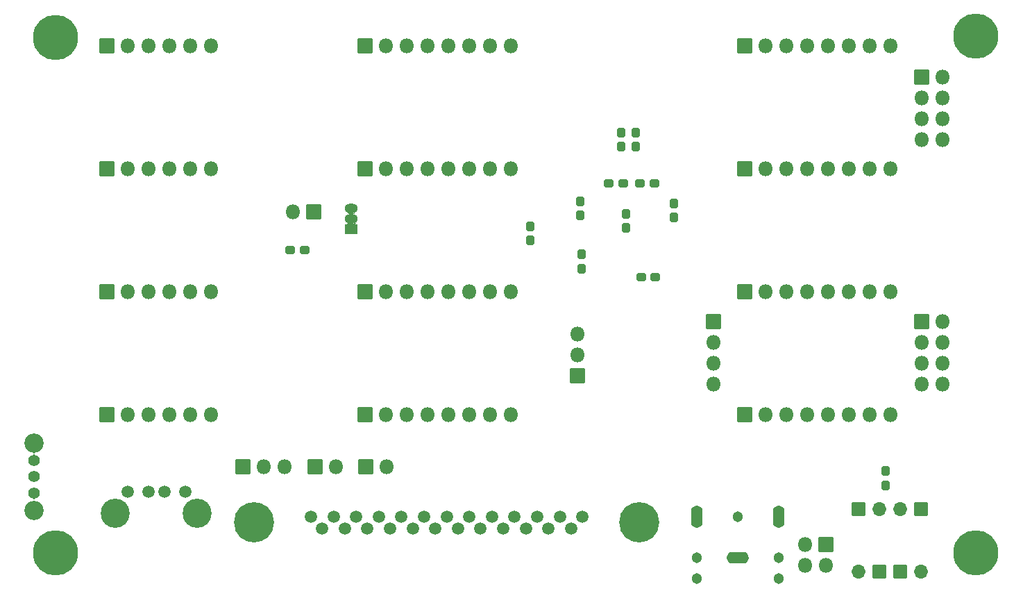
<source format=gbs>
G04 #@! TF.GenerationSoftware,KiCad,Pcbnew,(6.0.4)*
G04 #@! TF.CreationDate,2022-04-17T17:26:00-05:00*
G04 #@! TF.ProjectId,interface,696e7465-7266-4616-9365-2e6b69636164,rev?*
G04 #@! TF.SameCoordinates,Original*
G04 #@! TF.FileFunction,Soldermask,Bot*
G04 #@! TF.FilePolarity,Negative*
%FSLAX46Y46*%
G04 Gerber Fmt 4.6, Leading zero omitted, Abs format (unit mm)*
G04 Created by KiCad (PCBNEW (6.0.4)) date 2022-04-17 17:26:00*
%MOMM*%
%LPD*%
G01*
G04 APERTURE LIST*
G04 Aperture macros list*
%AMRoundRect*
0 Rectangle with rounded corners*
0 $1 Rounding radius*
0 $2 $3 $4 $5 $6 $7 $8 $9 X,Y pos of 4 corners*
0 Add a 4 corners polygon primitive as box body*
4,1,4,$2,$3,$4,$5,$6,$7,$8,$9,$2,$3,0*
0 Add four circle primitives for the rounded corners*
1,1,$1+$1,$2,$3*
1,1,$1+$1,$4,$5*
1,1,$1+$1,$6,$7*
1,1,$1+$1,$8,$9*
0 Add four rect primitives between the rounded corners*
20,1,$1+$1,$2,$3,$4,$5,0*
20,1,$1+$1,$4,$5,$6,$7,0*
20,1,$1+$1,$6,$7,$8,$9,0*
20,1,$1+$1,$8,$9,$2,$3,0*%
G04 Aperture macros list end*
%ADD10C,1.402000*%
%ADD11C,2.352000*%
%ADD12C,5.502000*%
%ADD13O,1.802000X1.802000*%
%ADD14RoundRect,0.051000X-0.850000X-0.850000X0.850000X-0.850000X0.850000X0.850000X-0.850000X0.850000X0*%
%ADD15RoundRect,0.051000X0.750000X-0.525000X0.750000X0.525000X-0.750000X0.525000X-0.750000X-0.525000X0*%
%ADD16O,1.602000X1.152000*%
%ADD17RoundRect,0.051000X-0.850000X0.850000X-0.850000X-0.850000X0.850000X-0.850000X0.850000X0.850000X0*%
%ADD18O,1.702000X1.702000*%
%ADD19RoundRect,0.051000X-0.800000X0.800000X-0.800000X-0.800000X0.800000X-0.800000X0.800000X0.800000X0*%
%ADD20RoundRect,0.051000X0.800000X-0.800000X0.800000X0.800000X-0.800000X0.800000X-0.800000X-0.800000X0*%
%ADD21RoundRect,0.288500X0.287500X0.237500X-0.287500X0.237500X-0.287500X-0.237500X0.287500X-0.237500X0*%
%ADD22RoundRect,0.288500X-0.237500X0.287500X-0.237500X-0.287500X0.237500X-0.287500X0.237500X0.287500X0*%
%ADD23C,1.302000*%
%ADD24O,1.410000X2.718000*%
%ADD25O,2.718000X1.410000*%
%ADD26C,3.552000*%
%ADD27C,1.502000*%
%ADD28RoundRect,0.051000X0.850000X-0.850000X0.850000X0.850000X-0.850000X0.850000X-0.850000X-0.850000X0*%
%ADD29RoundRect,0.288500X0.237500X-0.287500X0.237500X0.287500X-0.237500X0.287500X-0.237500X-0.287500X0*%
%ADD30C,4.902000*%
%ADD31RoundRect,0.051000X0.850000X0.850000X-0.850000X0.850000X-0.850000X-0.850000X0.850000X-0.850000X0*%
%ADD32RoundRect,0.288500X-0.287500X-0.237500X0.287500X-0.237500X0.287500X0.237500X-0.287500X0.237500X0*%
G04 APERTURE END LIST*
D10*
X108331000Y-122047000D03*
X108331000Y-124047000D03*
X108331000Y-126047000D03*
D11*
X108331000Y-119947000D03*
X108331000Y-128147000D03*
D12*
X223266000Y-70358000D03*
X110998000Y-70485000D03*
X110998000Y-133350000D03*
X223266000Y-133350000D03*
D13*
X219202000Y-112776000D03*
X216662000Y-112776000D03*
X219202000Y-110236000D03*
X216662000Y-110236000D03*
X219202000Y-107696000D03*
X216662000Y-107696000D03*
X219202000Y-105156000D03*
D14*
X216662000Y-105156000D03*
D13*
X219202000Y-82931000D03*
X216662000Y-82931000D03*
X219202000Y-80391000D03*
X216662000Y-80391000D03*
X219202000Y-77851000D03*
X216662000Y-77851000D03*
X219202000Y-75311000D03*
D14*
X216662000Y-75311000D03*
X191262000Y-105156000D03*
D13*
X191262000Y-107696000D03*
X191262000Y-110236000D03*
X191262000Y-112776000D03*
D15*
X147066000Y-93853000D03*
D16*
X147066000Y-91313000D03*
X147066000Y-92583000D03*
D13*
X202438000Y-134874000D03*
X202438000Y-132334000D03*
X204978000Y-134874000D03*
D17*
X204978000Y-132334000D03*
D13*
X139954000Y-91757500D03*
D17*
X142494000Y-91757500D03*
D18*
X216535000Y-135636000D03*
D19*
X216535000Y-128016000D03*
D18*
X213995000Y-128016000D03*
D20*
X213995000Y-135636000D03*
D18*
X208915000Y-135636000D03*
D19*
X208915000Y-128016000D03*
D18*
X211455000Y-128016000D03*
D20*
X211455000Y-135636000D03*
D21*
X139587000Y-96393000D03*
X141337000Y-96393000D03*
D22*
X212217000Y-125081000D03*
X212217000Y-123331000D03*
D23*
X199157600Y-133934200D03*
X199157600Y-136434200D03*
X194157600Y-128934200D03*
X189157600Y-133934200D03*
X189157600Y-136434200D03*
D24*
X189157600Y-128934200D03*
X199157600Y-128934200D03*
D25*
X194157600Y-133934200D03*
D26*
X128261000Y-128527000D03*
X118261000Y-128527000D03*
D27*
X126761000Y-125857000D03*
X124261000Y-125857000D03*
X122261000Y-125857000D03*
X119761000Y-125857000D03*
D13*
X145161000Y-122809000D03*
D28*
X142621000Y-122809000D03*
D13*
X138938000Y-122809000D03*
X136398000Y-122809000D03*
D28*
X133858000Y-122809000D03*
D13*
X151384000Y-122809000D03*
D28*
X148844000Y-122809000D03*
D29*
X181737000Y-82056000D03*
X181737000Y-83806000D03*
X179959000Y-82056000D03*
X179959000Y-83806000D03*
X168910000Y-93486000D03*
X168910000Y-95236000D03*
D30*
X182193000Y-129615000D03*
X135153000Y-129615000D03*
D27*
X175233000Y-128905000D03*
X173853000Y-130325000D03*
X172473000Y-128905000D03*
X171093000Y-130325000D03*
X169713000Y-128905000D03*
X168333000Y-130325000D03*
X166953000Y-128905000D03*
X165573000Y-130325000D03*
X164193000Y-128905000D03*
X162813000Y-130325000D03*
X161433000Y-128905000D03*
X160053000Y-130325000D03*
X158673000Y-128905000D03*
X157293000Y-130325000D03*
X155913000Y-128905000D03*
X154533000Y-130325000D03*
X153153000Y-128905000D03*
X151773000Y-130325000D03*
X150393000Y-128905000D03*
X149013000Y-130325000D03*
X147633000Y-128905000D03*
X146253000Y-130325000D03*
X144873000Y-128905000D03*
X143493000Y-130325000D03*
X142113000Y-128905000D03*
D31*
X174625000Y-111760000D03*
D13*
X174625000Y-109220000D03*
X174625000Y-106680000D03*
D21*
X178449000Y-88265000D03*
X180199000Y-88265000D03*
D29*
X186436000Y-90692000D03*
X186436000Y-92442000D03*
D32*
X184136000Y-99695000D03*
X182386000Y-99695000D03*
D29*
X175133000Y-96915000D03*
X175133000Y-98665000D03*
D22*
X175006000Y-92188000D03*
X175006000Y-90438000D03*
D32*
X184009000Y-88265000D03*
X182259000Y-88265000D03*
D29*
X180594000Y-91962000D03*
X180594000Y-93712000D03*
D28*
X195072000Y-71501000D03*
D13*
X197612000Y-71501000D03*
X200152000Y-71501000D03*
X202692000Y-71501000D03*
X205232000Y-71501000D03*
X207772000Y-71501000D03*
X210312000Y-71501000D03*
X212852000Y-71501000D03*
D28*
X195072000Y-86487000D03*
D13*
X197612000Y-86487000D03*
X200152000Y-86487000D03*
X202692000Y-86487000D03*
X205232000Y-86487000D03*
X207772000Y-86487000D03*
X210312000Y-86487000D03*
X212852000Y-86487000D03*
D28*
X195072000Y-101473000D03*
D13*
X197612000Y-101473000D03*
X200152000Y-101473000D03*
X202692000Y-101473000D03*
X205232000Y-101473000D03*
X207772000Y-101473000D03*
X210312000Y-101473000D03*
X212852000Y-101473000D03*
D28*
X195072000Y-116459000D03*
D13*
X197612000Y-116459000D03*
X200152000Y-116459000D03*
X202692000Y-116459000D03*
X205232000Y-116459000D03*
X207772000Y-116459000D03*
X210312000Y-116459000D03*
X212852000Y-116459000D03*
D28*
X148717000Y-71501000D03*
D13*
X151257000Y-71501000D03*
X153797000Y-71501000D03*
X156337000Y-71501000D03*
X158877000Y-71501000D03*
X161417000Y-71501000D03*
X163957000Y-71501000D03*
X166497000Y-71501000D03*
X166497000Y-86487000D03*
X163957000Y-86487000D03*
X161417000Y-86487000D03*
X158877000Y-86487000D03*
X156337000Y-86487000D03*
X153797000Y-86487000D03*
X151257000Y-86487000D03*
D28*
X148717000Y-86487000D03*
X148717000Y-101473000D03*
D13*
X151257000Y-101473000D03*
X153797000Y-101473000D03*
X156337000Y-101473000D03*
X158877000Y-101473000D03*
X161417000Y-101473000D03*
X163957000Y-101473000D03*
X166497000Y-101473000D03*
X166497000Y-116459000D03*
X163957000Y-116459000D03*
X161417000Y-116459000D03*
X158877000Y-116459000D03*
X156337000Y-116459000D03*
X153797000Y-116459000D03*
X151257000Y-116459000D03*
D28*
X148717000Y-116459000D03*
X117221000Y-71501000D03*
D13*
X119761000Y-71501000D03*
X122301000Y-71501000D03*
X124841000Y-71501000D03*
X127381000Y-71501000D03*
X129921000Y-71501000D03*
D28*
X117221000Y-101473000D03*
D13*
X119761000Y-101473000D03*
X122301000Y-101473000D03*
X124841000Y-101473000D03*
X127381000Y-101473000D03*
X129921000Y-101473000D03*
X129921000Y-86487000D03*
X127381000Y-86487000D03*
X124841000Y-86487000D03*
X122301000Y-86487000D03*
X119761000Y-86487000D03*
D28*
X117221000Y-86487000D03*
D13*
X129921000Y-116459000D03*
X127381000Y-116459000D03*
X124841000Y-116459000D03*
X122301000Y-116459000D03*
X119761000Y-116459000D03*
D28*
X117221000Y-116459000D03*
G36*
X108442238Y-126734439D02*
G01*
X108442685Y-126736388D01*
X108441723Y-126737560D01*
X108380565Y-126770578D01*
X108347085Y-126831206D01*
X108351697Y-126900310D01*
X108392940Y-126955956D01*
X108443552Y-126975430D01*
X108444810Y-126976986D01*
X108444091Y-126978852D01*
X108442808Y-126979297D01*
X108238888Y-126976627D01*
X108215969Y-126980566D01*
X108214092Y-126979874D01*
X108213754Y-126977903D01*
X108214901Y-126976732D01*
X108270148Y-126955122D01*
X108310768Y-126899027D01*
X108314611Y-126829875D01*
X108280456Y-126769617D01*
X108227225Y-126741259D01*
X108226166Y-126739562D01*
X108227107Y-126737797D01*
X108228673Y-126737559D01*
X108236138Y-126739518D01*
X108404062Y-126742156D01*
X108440326Y-126733850D01*
X108442238Y-126734439D01*
G37*
G36*
X108455339Y-121111273D02*
G01*
X108455626Y-121113252D01*
X108454497Y-121114374D01*
X108391852Y-121138878D01*
X108351232Y-121194973D01*
X108347389Y-121264125D01*
X108381544Y-121324383D01*
X108437560Y-121354224D01*
X108438619Y-121355921D01*
X108437678Y-121357686D01*
X108436133Y-121357929D01*
X108418606Y-121353527D01*
X108250662Y-121352647D01*
X108223504Y-121359167D01*
X108221586Y-121358599D01*
X108221119Y-121356654D01*
X108222087Y-121355462D01*
X108281435Y-121323422D01*
X108314915Y-121262794D01*
X108310303Y-121193690D01*
X108269060Y-121138044D01*
X108212291Y-121116201D01*
X108211033Y-121114645D01*
X108211752Y-121112779D01*
X108213088Y-121112336D01*
X108392441Y-121119383D01*
X108453481Y-121110532D01*
X108455339Y-121111273D01*
G37*
G36*
X147621539Y-93050451D02*
G01*
X147621107Y-93051974D01*
X147578428Y-93104421D01*
X147570697Y-93173249D01*
X147601402Y-93235328D01*
X147660939Y-93271038D01*
X147692014Y-93275016D01*
X147693605Y-93276228D01*
X147693351Y-93278212D01*
X147691760Y-93279000D01*
X146440322Y-93279000D01*
X146438590Y-93278000D01*
X146438590Y-93276000D01*
X146439759Y-93275081D01*
X146506771Y-93255405D01*
X146552126Y-93203062D01*
X146561983Y-93134509D01*
X146533140Y-93071352D01*
X146516630Y-93056437D01*
X146516015Y-93054534D01*
X146517356Y-93053050D01*
X146519189Y-93053366D01*
X146554010Y-93080085D01*
X146692442Y-93137424D01*
X146841132Y-93157000D01*
X147290868Y-93157000D01*
X147439558Y-93137424D01*
X147577990Y-93080085D01*
X147618338Y-93049125D01*
X147620321Y-93048864D01*
X147621539Y-93050451D01*
G37*
G36*
X146692442Y-91867424D02*
G01*
X146841132Y-91887000D01*
X147290868Y-91887000D01*
X147439558Y-91867424D01*
X147563565Y-91816059D01*
X147565548Y-91816320D01*
X147566313Y-91818168D01*
X147565463Y-91819555D01*
X147558570Y-91824293D01*
X147558144Y-91824516D01*
X147535506Y-91833070D01*
X147480002Y-91874992D01*
X147456075Y-91939987D01*
X147471087Y-92007597D01*
X147520436Y-92056526D01*
X147534094Y-92062851D01*
X147563487Y-92074311D01*
X147563910Y-92074538D01*
X147568304Y-92077626D01*
X147569146Y-92079440D01*
X147567996Y-92081076D01*
X147566389Y-92081110D01*
X147439558Y-92028576D01*
X147290868Y-92009000D01*
X146841132Y-92009000D01*
X146692442Y-92028576D01*
X146568435Y-92079941D01*
X146566452Y-92079680D01*
X146565687Y-92077832D01*
X146566537Y-92076445D01*
X146573430Y-92071707D01*
X146573856Y-92071484D01*
X146596494Y-92062930D01*
X146651998Y-92021008D01*
X146675925Y-91956013D01*
X146660913Y-91888403D01*
X146611564Y-91839474D01*
X146597906Y-91833149D01*
X146568513Y-91821689D01*
X146568090Y-91821462D01*
X146563696Y-91818374D01*
X146562854Y-91816560D01*
X146564004Y-91814924D01*
X146565611Y-91814890D01*
X146692442Y-91867424D01*
G37*
M02*

</source>
